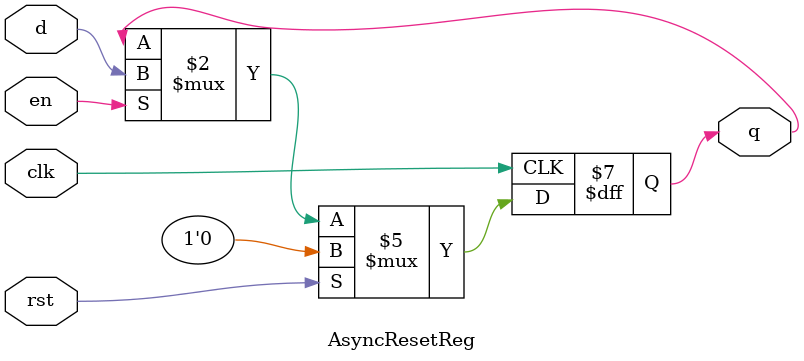
<source format=v>

/** This black-boxes an Async Reset
  * Reg.
  *  
  * Because Chisel doesn't support
  * parameterized black boxes, 
  * we unfortunately have to 
  * instantiate a number of these.
  *  
  * We also have to hard-code the set/reset.
  *  
  *  Do not confuse an asynchronous
  *  reset signal with an asynchronously
  *  reset reg. You should still 
  *  properly synchronize your reset 
  *  deassertion.
  *  
  *  @param d Data input
  *  @param q Data Output
  *  @param clk Clock Input
  *  @param rst Reset Input
  *  @param en Write Enable Input
  *  
  */

`ifdef RANDOMIZE_GARBAGE_ASSIGN
`define RANDOMIZE
`endif
`ifdef RANDOMIZE_INVALID_ASSIGN
`define RANDOMIZE
`endif
`ifdef RANDOMIZE_REG_INIT
`define RANDOMIZE
`endif
`ifdef RANDOMIZE_MEM_INIT
`define RANDOMIZE
`endif

module AsyncResetReg (d, q, en, clk, rst);
parameter RESET_VALUE = 0;

input  wire d;
output reg  q;
input  wire en;
input  wire clk;
input  wire rst;

   always @(posedge clk) begin

      if (rst) begin
         q <= RESET_VALUE[0];
      end else if (en) begin
         q <= d;
      end
   end
 
endmodule // AsyncResetReg


</source>
